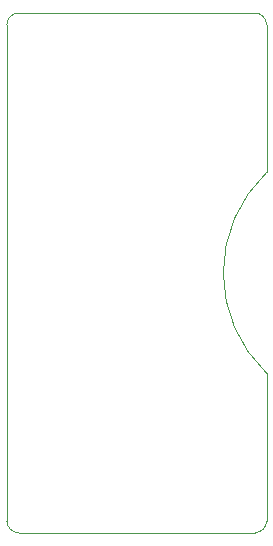
<source format=gbr>
%TF.GenerationSoftware,KiCad,Pcbnew,5.1.8*%
%TF.CreationDate,2020-12-20T08:32:04-05:00*%
%TF.ProjectId,card_lights,63617264-5f6c-4696-9768-74732e6b6963,rev?*%
%TF.SameCoordinates,PX754d4c0PY5e69ec0*%
%TF.FileFunction,Profile,NP*%
%FSLAX46Y46*%
G04 Gerber Fmt 4.6, Leading zero omitted, Abs format (unit mm)*
G04 Created by KiCad (PCBNEW 5.1.8) date 2020-12-20 08:32:04*
%MOMM*%
%LPD*%
G01*
G04 APERTURE LIST*
%TA.AperFunction,Profile*%
%ADD10C,0.050000*%
%TD*%
G04 APERTURE END LIST*
D10*
X-22000000Y-45000000D02*
G75*
G02*
X-23000000Y-44000000I0J1000000D01*
G01*
X-1000000Y-44000000D02*
G75*
G02*
X-2000000Y-45000000I-1000000J0D01*
G01*
X-2000000Y-1000000D02*
G75*
G02*
X-1000000Y-2000000I0J-1000000D01*
G01*
X-23000000Y-2000000D02*
G75*
G02*
X-22000000Y-1000000I1000000J0D01*
G01*
X-1000000Y-44000000D02*
X-1000000Y-31500000D01*
X-1000000Y-31500000D02*
G75*
G02*
X-1000000Y-14500000I8000000J8500000D01*
G01*
X-23000000Y-44000000D02*
X-23000000Y-2000000D01*
X-2000000Y-45000000D02*
X-22000000Y-45000000D01*
X-1000000Y-2000000D02*
X-1000000Y-14500000D01*
X-22000000Y-1000000D02*
X-2000000Y-1000000D01*
M02*

</source>
